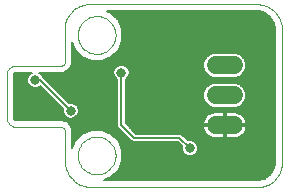
<source format=gbl>
G75*
%MOIN*%
%OFA0B0*%
%FSLAX24Y24*%
%IPPOS*%
%LPD*%
%AMOC8*
5,1,8,0,0,1.08239X$1,22.5*
%
%ADD10C,0.0000*%
%ADD11C,0.0600*%
%ADD12C,0.0060*%
%ADD13C,0.0278*%
%ADD14C,0.0160*%
%ADD15C,0.0317*%
D10*
X004197Y001446D02*
X009709Y001446D01*
X009709Y001445D02*
X009764Y001448D01*
X009819Y001455D01*
X009874Y001465D01*
X009927Y001479D01*
X009980Y001496D01*
X010031Y001517D01*
X010081Y001541D01*
X010129Y001569D01*
X010176Y001599D01*
X010220Y001632D01*
X010262Y001668D01*
X010302Y001707D01*
X010339Y001748D01*
X010373Y001792D01*
X010404Y001838D01*
X010432Y001886D01*
X010457Y001935D01*
X010479Y001986D01*
X010497Y002038D01*
X010512Y002092D01*
X010523Y002146D01*
X010531Y002201D01*
X010535Y002256D01*
X010536Y002312D01*
X010536Y006682D01*
X010535Y006738D01*
X010531Y006793D01*
X010523Y006848D01*
X010512Y006902D01*
X010497Y006956D01*
X010479Y007008D01*
X010457Y007059D01*
X010432Y007108D01*
X010404Y007156D01*
X010373Y007202D01*
X010339Y007246D01*
X010302Y007287D01*
X010262Y007326D01*
X010220Y007362D01*
X010176Y007395D01*
X010129Y007425D01*
X010081Y007453D01*
X010031Y007477D01*
X009980Y007498D01*
X009927Y007515D01*
X009874Y007529D01*
X009819Y007539D01*
X009764Y007546D01*
X009709Y007549D01*
X009709Y007548D02*
X004119Y007548D01*
X003292Y006761D02*
X003292Y005659D01*
X003293Y005637D01*
X003291Y005615D01*
X003286Y005594D01*
X003277Y005574D01*
X003265Y005556D01*
X003251Y005539D01*
X003234Y005525D01*
X003215Y005514D01*
X003195Y005506D01*
X003174Y005501D01*
X001638Y005501D01*
X001638Y005502D02*
X001607Y005500D01*
X001577Y005495D01*
X001547Y005487D01*
X001518Y005475D01*
X001491Y005460D01*
X001466Y005442D01*
X001443Y005421D01*
X001422Y005398D01*
X001404Y005373D01*
X001389Y005346D01*
X001377Y005317D01*
X001369Y005287D01*
X001364Y005257D01*
X001362Y005226D01*
X001363Y005226D02*
X001363Y003769D01*
X001365Y003736D01*
X001370Y003704D01*
X001378Y003672D01*
X001390Y003641D01*
X001405Y003612D01*
X001423Y003584D01*
X001444Y003558D01*
X001467Y003535D01*
X001493Y003514D01*
X001521Y003496D01*
X001550Y003481D01*
X001581Y003469D01*
X001613Y003461D01*
X001645Y003456D01*
X001678Y003454D01*
X003134Y003454D01*
X003156Y003455D01*
X003178Y003453D01*
X003199Y003448D01*
X003219Y003439D01*
X003237Y003427D01*
X003254Y003413D01*
X003268Y003396D01*
X003279Y003377D01*
X003287Y003357D01*
X003292Y003336D01*
X003292Y002352D01*
X003291Y002352D02*
X003293Y002293D01*
X003299Y002234D01*
X003308Y002175D01*
X003322Y002118D01*
X003339Y002061D01*
X003360Y002005D01*
X003384Y001951D01*
X003412Y001899D01*
X003444Y001849D01*
X003478Y001800D01*
X003516Y001755D01*
X003556Y001711D01*
X003600Y001671D01*
X003645Y001633D01*
X003694Y001599D01*
X003744Y001567D01*
X003796Y001539D01*
X003850Y001515D01*
X003906Y001494D01*
X003963Y001477D01*
X004020Y001463D01*
X004079Y001454D01*
X004138Y001448D01*
X004197Y001446D01*
X003725Y002509D02*
X003727Y002559D01*
X003733Y002609D01*
X003743Y002658D01*
X003757Y002706D01*
X003774Y002753D01*
X003795Y002798D01*
X003820Y002842D01*
X003848Y002883D01*
X003880Y002922D01*
X003914Y002959D01*
X003951Y002993D01*
X003991Y003023D01*
X004033Y003050D01*
X004077Y003074D01*
X004123Y003095D01*
X004170Y003111D01*
X004218Y003124D01*
X004268Y003133D01*
X004317Y003138D01*
X004368Y003139D01*
X004418Y003136D01*
X004467Y003129D01*
X004516Y003118D01*
X004564Y003103D01*
X004610Y003085D01*
X004655Y003063D01*
X004698Y003037D01*
X004739Y003008D01*
X004778Y002976D01*
X004814Y002941D01*
X004846Y002903D01*
X004876Y002863D01*
X004903Y002820D01*
X004926Y002776D01*
X004945Y002730D01*
X004961Y002682D01*
X004973Y002633D01*
X004981Y002584D01*
X004985Y002534D01*
X004985Y002484D01*
X004981Y002434D01*
X004973Y002385D01*
X004961Y002336D01*
X004945Y002288D01*
X004926Y002242D01*
X004903Y002198D01*
X004876Y002155D01*
X004846Y002115D01*
X004814Y002077D01*
X004778Y002042D01*
X004739Y002010D01*
X004698Y001981D01*
X004655Y001955D01*
X004610Y001933D01*
X004564Y001915D01*
X004516Y001900D01*
X004467Y001889D01*
X004418Y001882D01*
X004368Y001879D01*
X004317Y001880D01*
X004268Y001885D01*
X004218Y001894D01*
X004170Y001907D01*
X004123Y001923D01*
X004077Y001944D01*
X004033Y001968D01*
X003991Y001995D01*
X003951Y002025D01*
X003914Y002059D01*
X003880Y002096D01*
X003848Y002135D01*
X003820Y002176D01*
X003795Y002220D01*
X003774Y002265D01*
X003757Y002312D01*
X003743Y002360D01*
X003733Y002409D01*
X003727Y002459D01*
X003725Y002509D01*
X003725Y006525D02*
X003727Y006575D01*
X003733Y006625D01*
X003743Y006674D01*
X003757Y006722D01*
X003774Y006769D01*
X003795Y006814D01*
X003820Y006858D01*
X003848Y006899D01*
X003880Y006938D01*
X003914Y006975D01*
X003951Y007009D01*
X003991Y007039D01*
X004033Y007066D01*
X004077Y007090D01*
X004123Y007111D01*
X004170Y007127D01*
X004218Y007140D01*
X004268Y007149D01*
X004317Y007154D01*
X004368Y007155D01*
X004418Y007152D01*
X004467Y007145D01*
X004516Y007134D01*
X004564Y007119D01*
X004610Y007101D01*
X004655Y007079D01*
X004698Y007053D01*
X004739Y007024D01*
X004778Y006992D01*
X004814Y006957D01*
X004846Y006919D01*
X004876Y006879D01*
X004903Y006836D01*
X004926Y006792D01*
X004945Y006746D01*
X004961Y006698D01*
X004973Y006649D01*
X004981Y006600D01*
X004985Y006550D01*
X004985Y006500D01*
X004981Y006450D01*
X004973Y006401D01*
X004961Y006352D01*
X004945Y006304D01*
X004926Y006258D01*
X004903Y006214D01*
X004876Y006171D01*
X004846Y006131D01*
X004814Y006093D01*
X004778Y006058D01*
X004739Y006026D01*
X004698Y005997D01*
X004655Y005971D01*
X004610Y005949D01*
X004564Y005931D01*
X004516Y005916D01*
X004467Y005905D01*
X004418Y005898D01*
X004368Y005895D01*
X004317Y005896D01*
X004268Y005901D01*
X004218Y005910D01*
X004170Y005923D01*
X004123Y005939D01*
X004077Y005960D01*
X004033Y005984D01*
X003991Y006011D01*
X003951Y006041D01*
X003914Y006075D01*
X003880Y006112D01*
X003848Y006151D01*
X003820Y006192D01*
X003795Y006236D01*
X003774Y006281D01*
X003757Y006328D01*
X003743Y006376D01*
X003733Y006425D01*
X003727Y006475D01*
X003725Y006525D01*
X003292Y006761D02*
X003295Y006816D01*
X003302Y006870D01*
X003313Y006924D01*
X003327Y006978D01*
X003345Y007030D01*
X003367Y007080D01*
X003392Y007130D01*
X003420Y007177D01*
X003451Y007222D01*
X003486Y007265D01*
X003523Y007306D01*
X003563Y007344D01*
X003605Y007379D01*
X003650Y007411D01*
X003697Y007441D01*
X003745Y007466D01*
X003796Y007489D01*
X003847Y007508D01*
X003900Y007523D01*
X003954Y007535D01*
X004009Y007543D01*
X004064Y007547D01*
X004119Y007548D01*
D11*
X008322Y005517D02*
X008922Y005517D01*
X008922Y004517D02*
X008322Y004517D01*
X008322Y003517D02*
X008922Y003517D01*
D12*
X008652Y003494D02*
X010306Y003494D01*
X010306Y003552D02*
X009352Y003552D01*
X009352Y003551D02*
X009342Y003618D01*
X009321Y003682D01*
X009290Y003742D01*
X009250Y003797D01*
X009203Y003845D01*
X009148Y003885D01*
X009088Y003915D01*
X009023Y003936D01*
X008956Y003947D01*
X008652Y003947D01*
X008652Y003547D01*
X008592Y003547D01*
X008592Y003487D01*
X007892Y003487D01*
X007892Y003483D01*
X007903Y003416D01*
X007924Y003352D01*
X007955Y003292D01*
X007994Y003237D01*
X008042Y003189D01*
X008097Y003149D01*
X008157Y003118D01*
X008222Y003097D01*
X008289Y003087D01*
X008592Y003087D01*
X008592Y003487D01*
X008652Y003487D01*
X008652Y003087D01*
X008956Y003087D01*
X009023Y003097D01*
X009088Y003118D01*
X009148Y003149D01*
X009203Y003189D01*
X009250Y003237D01*
X009290Y003292D01*
X009321Y003352D01*
X009342Y003416D01*
X009352Y003483D01*
X009352Y003487D01*
X008652Y003487D01*
X008652Y003547D01*
X009352Y003547D01*
X009352Y003551D01*
X009343Y003611D02*
X010306Y003611D01*
X010306Y003669D02*
X009325Y003669D01*
X009298Y003728D02*
X010306Y003728D01*
X010306Y003786D02*
X009258Y003786D01*
X009203Y003845D02*
X010306Y003845D01*
X010306Y003903D02*
X009112Y003903D01*
X009004Y004107D02*
X009155Y004169D01*
X009270Y004285D01*
X009332Y004435D01*
X009332Y004598D01*
X009270Y004749D01*
X009155Y004864D01*
X009004Y004927D01*
X008241Y004927D01*
X008090Y004864D01*
X007975Y004749D01*
X007912Y004598D01*
X007912Y004435D01*
X007975Y004285D01*
X008090Y004169D01*
X008241Y004107D01*
X009004Y004107D01*
X009077Y004137D02*
X010306Y004137D01*
X010306Y004079D02*
X005321Y004079D01*
X005321Y004137D02*
X008168Y004137D01*
X008064Y004196D02*
X005321Y004196D01*
X005321Y004254D02*
X008005Y004254D01*
X007963Y004313D02*
X005321Y004313D01*
X005321Y004371D02*
X007939Y004371D01*
X007915Y004430D02*
X005321Y004430D01*
X005321Y004488D02*
X007912Y004488D01*
X007912Y004547D02*
X005321Y004547D01*
X005321Y004605D02*
X007915Y004605D01*
X007939Y004664D02*
X005321Y004664D01*
X005321Y004722D02*
X007964Y004722D01*
X008006Y004781D02*
X005321Y004781D01*
X005321Y004839D02*
X008065Y004839D01*
X008170Y004898D02*
X005321Y004898D01*
X005321Y004956D02*
X010306Y004956D01*
X010306Y004898D02*
X009075Y004898D01*
X009180Y004839D02*
X010306Y004839D01*
X010306Y004781D02*
X009239Y004781D01*
X009281Y004722D02*
X010306Y004722D01*
X010306Y004664D02*
X009305Y004664D01*
X009330Y004605D02*
X010306Y004605D01*
X010306Y004547D02*
X009332Y004547D01*
X009332Y004488D02*
X010306Y004488D01*
X010306Y004430D02*
X009330Y004430D01*
X009306Y004371D02*
X010306Y004371D01*
X010306Y004313D02*
X009282Y004313D01*
X009239Y004254D02*
X010306Y004254D01*
X010306Y004196D02*
X009181Y004196D01*
X008652Y003903D02*
X008592Y003903D01*
X008592Y003947D02*
X008289Y003947D01*
X008222Y003936D01*
X008157Y003915D01*
X008097Y003885D01*
X008042Y003845D01*
X007994Y003797D01*
X007955Y003742D01*
X007924Y003682D01*
X007903Y003618D01*
X007892Y003551D01*
X007892Y003547D01*
X008592Y003547D01*
X008592Y003947D01*
X008592Y003845D02*
X008652Y003845D01*
X008652Y003786D02*
X008592Y003786D01*
X008592Y003728D02*
X008652Y003728D01*
X008652Y003669D02*
X008592Y003669D01*
X008592Y003611D02*
X008652Y003611D01*
X008652Y003552D02*
X008592Y003552D01*
X008592Y003494D02*
X005419Y003494D01*
X005360Y003552D02*
X007893Y003552D01*
X007902Y003611D02*
X005321Y003611D01*
X005321Y003591D02*
X005321Y005032D01*
X005334Y005037D01*
X005409Y005113D01*
X005450Y005211D01*
X005450Y005318D01*
X005409Y005417D01*
X005334Y005493D01*
X005235Y005534D01*
X005128Y005534D01*
X005029Y005493D01*
X004954Y005417D01*
X004913Y005318D01*
X004913Y005211D01*
X004954Y005113D01*
X005029Y005037D01*
X005041Y005032D01*
X005041Y003475D01*
X005475Y003042D01*
X005557Y002960D01*
X007053Y002960D01*
X007201Y002811D01*
X007196Y002799D01*
X007196Y002692D01*
X007237Y002593D01*
X007313Y002517D01*
X007412Y002477D01*
X007518Y002477D01*
X007617Y002517D01*
X007693Y002593D01*
X007734Y002692D01*
X007734Y002799D01*
X007693Y002897D01*
X007617Y002973D01*
X007518Y003014D01*
X007412Y003014D01*
X007399Y003009D01*
X007169Y003240D01*
X005673Y003240D01*
X005321Y003591D01*
X005321Y003669D02*
X007920Y003669D01*
X007947Y003728D02*
X005321Y003728D01*
X005321Y003786D02*
X007986Y003786D01*
X008042Y003845D02*
X005321Y003845D01*
X005321Y003903D02*
X008133Y003903D01*
X007900Y003435D02*
X005477Y003435D01*
X005536Y003377D02*
X007916Y003377D01*
X007941Y003318D02*
X005594Y003318D01*
X005653Y003260D02*
X007978Y003260D01*
X008030Y003201D02*
X007207Y003201D01*
X007266Y003143D02*
X008110Y003143D01*
X008592Y003143D02*
X008652Y003143D01*
X008652Y003201D02*
X008592Y003201D01*
X008592Y003260D02*
X008652Y003260D01*
X008652Y003318D02*
X008592Y003318D01*
X008592Y003377D02*
X008652Y003377D01*
X008652Y003435D02*
X008592Y003435D01*
X009135Y003143D02*
X010306Y003143D01*
X010306Y003201D02*
X009215Y003201D01*
X009267Y003260D02*
X010306Y003260D01*
X010306Y003318D02*
X009304Y003318D01*
X009329Y003377D02*
X010306Y003377D01*
X010306Y003435D02*
X009345Y003435D01*
X010306Y003084D02*
X007324Y003084D01*
X007383Y003026D02*
X010306Y003026D01*
X010306Y002967D02*
X007623Y002967D01*
X007682Y002909D02*
X010306Y002909D01*
X010306Y002850D02*
X007712Y002850D01*
X007734Y002792D02*
X010306Y002792D01*
X010306Y002733D02*
X007734Y002733D01*
X007727Y002675D02*
X010306Y002675D01*
X010306Y002616D02*
X007702Y002616D01*
X007657Y002558D02*
X010306Y002558D01*
X010306Y002499D02*
X007573Y002499D01*
X007357Y002499D02*
X005215Y002499D01*
X005215Y002441D02*
X010306Y002441D01*
X010306Y002404D02*
X010304Y002402D01*
X010306Y002310D01*
X010306Y002306D01*
X010301Y002210D01*
X010245Y002025D01*
X010135Y001867D01*
X009982Y001750D01*
X009800Y001686D01*
X009704Y001676D01*
X004591Y001676D01*
X004842Y001780D01*
X005084Y002022D01*
X005215Y002338D01*
X005215Y002680D01*
X005084Y002996D01*
X004842Y003238D01*
X004526Y003369D01*
X004184Y003369D01*
X003868Y003238D01*
X003626Y002996D01*
X003522Y002745D01*
X003522Y003259D01*
X003533Y003274D01*
X003522Y003352D01*
X003522Y003431D01*
X003509Y003444D01*
X003505Y003466D01*
X003383Y003622D01*
X003230Y003683D01*
X003230Y003684D01*
X003229Y003684D01*
X003200Y003696D01*
X003200Y003696D01*
X003118Y003684D01*
X001678Y003684D01*
X001661Y003686D01*
X001630Y003698D01*
X001607Y003722D01*
X001594Y003752D01*
X001593Y003769D01*
X001593Y005226D01*
X001593Y005234D01*
X001600Y005251D01*
X001613Y005263D01*
X001629Y005270D01*
X001638Y005271D01*
X002191Y005271D01*
X002155Y005257D01*
X002080Y005181D01*
X002039Y005082D01*
X002039Y004975D01*
X002080Y004876D01*
X002155Y004801D01*
X002254Y004760D01*
X002361Y004760D01*
X002460Y004801D01*
X002477Y004818D01*
X003225Y004071D01*
X003220Y004059D01*
X003220Y003952D01*
X003261Y003853D01*
X003336Y003777D01*
X003435Y003736D01*
X003542Y003736D01*
X003641Y003777D01*
X003716Y003853D01*
X003757Y003952D01*
X003757Y004059D01*
X003716Y004157D01*
X003641Y004233D01*
X003542Y004274D01*
X003435Y004274D01*
X003423Y004269D01*
X002553Y005139D01*
X002535Y005181D01*
X002460Y005257D01*
X002424Y005271D01*
X003097Y005271D01*
X003112Y005260D01*
X003190Y005271D01*
X003269Y005271D01*
X003282Y005284D01*
X003304Y005287D01*
X003460Y005410D01*
X003521Y005563D01*
X003522Y005563D01*
X003522Y005564D01*
X003533Y005593D01*
X003533Y005593D01*
X003522Y005675D01*
X003522Y006289D01*
X003626Y006038D01*
X003868Y005796D01*
X004184Y005665D01*
X004526Y005665D01*
X004842Y005796D01*
X005084Y006038D01*
X005215Y006354D01*
X005215Y006696D01*
X005084Y007012D01*
X004842Y007254D01*
X004686Y007318D01*
X009704Y007318D01*
X009800Y007309D01*
X009982Y007245D01*
X010135Y007128D01*
X010245Y006969D01*
X010301Y006784D01*
X010306Y006689D01*
X010306Y006685D01*
X010304Y006592D01*
X010306Y006590D01*
X010306Y002404D01*
X010304Y002382D02*
X005215Y002382D01*
X005209Y002324D02*
X010305Y002324D01*
X010304Y002265D02*
X005184Y002265D01*
X005160Y002207D02*
X010299Y002207D01*
X010282Y002148D02*
X005136Y002148D01*
X005112Y002090D02*
X010264Y002090D01*
X010247Y002031D02*
X005088Y002031D01*
X005034Y001973D02*
X010209Y001973D01*
X010168Y001914D02*
X004976Y001914D01*
X004917Y001856D02*
X010121Y001856D01*
X010044Y001797D02*
X004859Y001797D01*
X004742Y001739D02*
X009950Y001739D01*
X009743Y001680D02*
X004600Y001680D01*
X005215Y002558D02*
X007273Y002558D01*
X007228Y002616D02*
X005215Y002616D01*
X005215Y002675D02*
X007203Y002675D01*
X007196Y002733D02*
X005193Y002733D01*
X005168Y002792D02*
X007196Y002792D01*
X007162Y002850D02*
X005144Y002850D01*
X005120Y002909D02*
X007104Y002909D01*
X007111Y003100D02*
X007465Y002745D01*
X007111Y003100D02*
X005615Y003100D01*
X005181Y003533D01*
X005181Y005265D01*
X004932Y005366D02*
X003404Y005366D01*
X003460Y005410D02*
X003460Y005410D01*
X003460Y005410D01*
X003466Y005424D02*
X004961Y005424D01*
X005019Y005483D02*
X003489Y005483D01*
X003512Y005541D02*
X007912Y005541D01*
X007912Y005598D02*
X007912Y005435D01*
X007975Y005285D01*
X008090Y005169D01*
X008241Y005107D01*
X009004Y005107D01*
X009155Y005169D01*
X009270Y005285D01*
X009332Y005435D01*
X009332Y005598D01*
X009270Y005749D01*
X009155Y005864D01*
X009004Y005927D01*
X008241Y005927D01*
X008090Y005864D01*
X007975Y005749D01*
X007912Y005598D01*
X007913Y005600D02*
X003533Y005600D01*
X003524Y005658D02*
X007937Y005658D01*
X007961Y005717D02*
X004651Y005717D01*
X004792Y005775D02*
X008001Y005775D01*
X008059Y005834D02*
X004880Y005834D01*
X004938Y005892D02*
X008157Y005892D01*
X007912Y005483D02*
X005344Y005483D01*
X005402Y005424D02*
X007917Y005424D01*
X007941Y005366D02*
X005431Y005366D01*
X005450Y005307D02*
X007966Y005307D01*
X008011Y005249D02*
X005450Y005249D01*
X005441Y005190D02*
X008069Y005190D01*
X008181Y005132D02*
X005417Y005132D01*
X005370Y005073D02*
X010306Y005073D01*
X010306Y005015D02*
X005321Y005015D01*
X005041Y005015D02*
X002677Y005015D01*
X002619Y005073D02*
X004993Y005073D01*
X004946Y005132D02*
X002560Y005132D01*
X002526Y005190D02*
X004922Y005190D01*
X004913Y005249D02*
X002468Y005249D01*
X002147Y005249D02*
X001599Y005249D01*
X001593Y005190D02*
X002089Y005190D01*
X002059Y005132D02*
X001593Y005132D01*
X001593Y005073D02*
X002039Y005073D01*
X002039Y005015D02*
X001593Y005015D01*
X001593Y004956D02*
X002047Y004956D01*
X002071Y004898D02*
X001593Y004898D01*
X001593Y004839D02*
X002117Y004839D01*
X002204Y004781D02*
X001593Y004781D01*
X001593Y004722D02*
X002574Y004722D01*
X002632Y004664D02*
X001593Y004664D01*
X001593Y004605D02*
X002691Y004605D01*
X002749Y004547D02*
X001593Y004547D01*
X001593Y004488D02*
X002808Y004488D01*
X002866Y004430D02*
X001593Y004430D01*
X001593Y004371D02*
X002925Y004371D01*
X002983Y004313D02*
X001593Y004313D01*
X001593Y004254D02*
X003042Y004254D01*
X003100Y004196D02*
X001593Y004196D01*
X001593Y004137D02*
X003159Y004137D01*
X003217Y004079D02*
X001593Y004079D01*
X001593Y004020D02*
X003220Y004020D01*
X003220Y003962D02*
X001593Y003962D01*
X001593Y003903D02*
X003240Y003903D01*
X003269Y003845D02*
X001593Y003845D01*
X001593Y003786D02*
X003328Y003786D01*
X003266Y003669D02*
X005041Y003669D01*
X005041Y003611D02*
X003392Y003611D01*
X003383Y003622D02*
X003383Y003622D01*
X003383Y003622D01*
X003438Y003552D02*
X005041Y003552D01*
X005041Y003494D02*
X003484Y003494D01*
X003505Y003466D02*
X003505Y003466D01*
X003518Y003435D02*
X005081Y003435D01*
X005140Y003377D02*
X003522Y003377D01*
X003527Y003318D02*
X004061Y003318D01*
X003920Y003260D02*
X003522Y003260D01*
X003522Y003201D02*
X003831Y003201D01*
X003772Y003143D02*
X003522Y003143D01*
X003522Y003084D02*
X003714Y003084D01*
X003655Y003026D02*
X003522Y003026D01*
X003522Y002967D02*
X003614Y002967D01*
X003589Y002909D02*
X003522Y002909D01*
X003522Y002850D02*
X003565Y002850D01*
X003541Y002792D02*
X003522Y002792D01*
X004649Y003318D02*
X005198Y003318D01*
X005257Y003260D02*
X004790Y003260D01*
X004879Y003201D02*
X005315Y003201D01*
X005374Y003143D02*
X004937Y003143D01*
X004996Y003084D02*
X005432Y003084D01*
X005491Y003026D02*
X005054Y003026D01*
X005096Y002967D02*
X005549Y002967D01*
X005041Y003728D02*
X001604Y003728D01*
X003087Y004605D02*
X005041Y004605D01*
X005041Y004547D02*
X003145Y004547D01*
X003204Y004488D02*
X005041Y004488D01*
X005041Y004430D02*
X003262Y004430D01*
X003321Y004371D02*
X005041Y004371D01*
X005041Y004313D02*
X003379Y004313D01*
X003590Y004254D02*
X005041Y004254D01*
X005041Y004196D02*
X003678Y004196D01*
X003725Y004137D02*
X005041Y004137D01*
X005041Y004079D02*
X003749Y004079D01*
X003757Y004020D02*
X005041Y004020D01*
X005041Y003962D02*
X003757Y003962D01*
X003737Y003903D02*
X005041Y003903D01*
X005041Y003845D02*
X003708Y003845D01*
X003650Y003786D02*
X005041Y003786D01*
X005321Y003962D02*
X010306Y003962D01*
X010306Y004020D02*
X005321Y004020D01*
X005041Y004664D02*
X003028Y004664D01*
X002970Y004722D02*
X005041Y004722D01*
X005041Y004781D02*
X002911Y004781D01*
X002853Y004839D02*
X005041Y004839D01*
X005041Y004898D02*
X002794Y004898D01*
X002736Y004956D02*
X005041Y004956D01*
X004913Y005307D02*
X003329Y005307D01*
X003304Y005287D02*
X003304Y005287D01*
X003522Y005717D02*
X004059Y005717D01*
X003918Y005775D02*
X003522Y005775D01*
X003522Y005834D02*
X003830Y005834D01*
X003771Y005892D02*
X003522Y005892D01*
X003522Y005951D02*
X003713Y005951D01*
X003654Y006009D02*
X003522Y006009D01*
X003522Y006068D02*
X003613Y006068D01*
X003589Y006126D02*
X003522Y006126D01*
X003522Y006185D02*
X003565Y006185D01*
X003541Y006243D02*
X003522Y006243D01*
X004997Y005951D02*
X010306Y005951D01*
X010306Y006009D02*
X005055Y006009D01*
X005096Y006068D02*
X010306Y006068D01*
X010306Y006126D02*
X005120Y006126D01*
X005145Y006185D02*
X010306Y006185D01*
X010306Y006243D02*
X005169Y006243D01*
X005193Y006302D02*
X010306Y006302D01*
X010306Y006360D02*
X005215Y006360D01*
X005215Y006419D02*
X010306Y006419D01*
X010306Y006477D02*
X005215Y006477D01*
X005215Y006536D02*
X010306Y006536D01*
X010304Y006594D02*
X005215Y006594D01*
X005215Y006653D02*
X010305Y006653D01*
X010305Y006711D02*
X005208Y006711D01*
X005184Y006770D02*
X010301Y006770D01*
X010287Y006828D02*
X005160Y006828D01*
X005136Y006887D02*
X010270Y006887D01*
X010252Y006945D02*
X005111Y006945D01*
X005087Y007004D02*
X010221Y007004D01*
X010181Y007062D02*
X005034Y007062D01*
X004975Y007121D02*
X010140Y007121D01*
X010068Y007179D02*
X004917Y007179D01*
X004858Y007238D02*
X009991Y007238D01*
X009836Y007296D02*
X004740Y007296D01*
X002465Y005029D02*
X002307Y005029D01*
X002465Y005029D02*
X003489Y004005D01*
X002515Y004781D02*
X002411Y004781D01*
X009064Y005132D02*
X010306Y005132D01*
X010306Y005190D02*
X009175Y005190D01*
X009234Y005249D02*
X010306Y005249D01*
X010306Y005307D02*
X009279Y005307D01*
X009304Y005366D02*
X010306Y005366D01*
X010306Y005424D02*
X009328Y005424D01*
X009332Y005483D02*
X010306Y005483D01*
X010306Y005541D02*
X009332Y005541D01*
X009332Y005600D02*
X010306Y005600D01*
X010306Y005658D02*
X009308Y005658D01*
X009284Y005717D02*
X010306Y005717D01*
X010306Y005775D02*
X009244Y005775D01*
X009186Y005834D02*
X010306Y005834D01*
X010306Y005892D02*
X009088Y005892D01*
D13*
X005811Y006289D03*
X003882Y004517D03*
D14*
X003922Y004517D01*
X003922Y004714D01*
D15*
X003489Y004005D03*
X002307Y005029D03*
X005181Y005265D03*
X007465Y002745D03*
M02*

</source>
